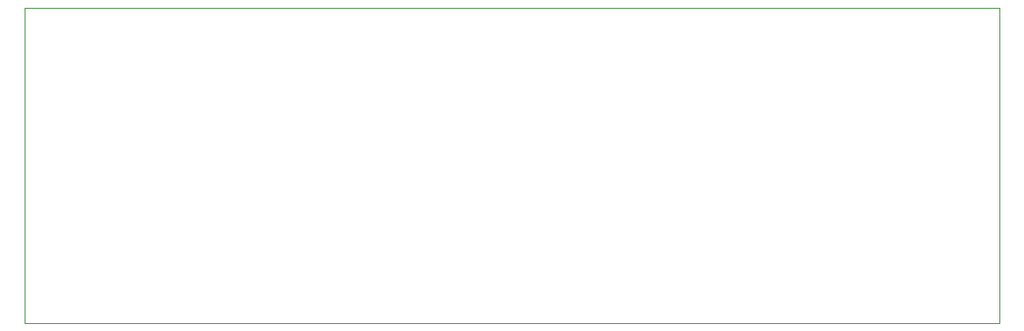
<source format=gbr>
%TF.GenerationSoftware,KiCad,Pcbnew,(5.1.10)-1*%
%TF.CreationDate,2021-07-17T09:46:38+08:00*%
%TF.ProjectId,FanDCControl,46616e44-4343-46f6-9e74-726f6c2e6b69,rev?*%
%TF.SameCoordinates,Original*%
%TF.FileFunction,Profile,NP*%
%FSLAX46Y46*%
G04 Gerber Fmt 4.6, Leading zero omitted, Abs format (unit mm)*
G04 Created by KiCad (PCBNEW (5.1.10)-1) date 2021-07-17 09:46:38*
%MOMM*%
%LPD*%
G01*
G04 APERTURE LIST*
%TA.AperFunction,Profile*%
%ADD10C,0.050000*%
%TD*%
G04 APERTURE END LIST*
D10*
X165100000Y-63500000D02*
X71120000Y-63500000D01*
X165100000Y-93980000D02*
X165100000Y-63500000D01*
X71120000Y-93980000D02*
X165100000Y-93980000D01*
X71120000Y-63500000D02*
X71120000Y-93980000D01*
M02*

</source>
